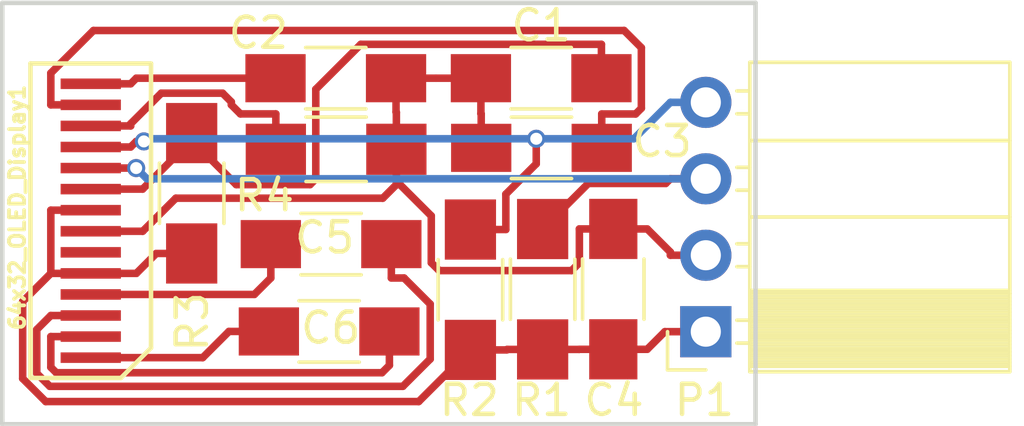
<source format=kicad_pcb>
(kicad_pcb (version 4) (host pcbnew 4.0.6)

  (general
    (links 25)
    (no_connects 0)
    (area 153.424999 97.924999 178.575001 112.075001)
    (thickness 1.6)
    (drawings 4)
    (tracks 121)
    (zones 0)
    (modules 12)
    (nets 13)
  )

  (page A4)
  (layers
    (0 F.Cu signal)
    (31 B.Cu signal)
    (32 B.Adhes user)
    (33 F.Adhes user)
    (34 B.Paste user)
    (35 F.Paste user)
    (36 B.SilkS user)
    (37 F.SilkS user)
    (38 B.Mask user)
    (39 F.Mask user)
    (40 Dwgs.User user)
    (41 Cmts.User user)
    (42 Eco1.User user)
    (43 Eco2.User user)
    (44 Edge.Cuts user)
    (45 Margin user)
    (46 B.CrtYd user)
    (47 F.CrtYd user)
    (48 B.Fab user)
    (49 F.Fab user)
  )

  (setup
    (last_trace_width 0.25)
    (trace_clearance 0.2)
    (zone_clearance 0.508)
    (zone_45_only no)
    (trace_min 0.2)
    (segment_width 0.2)
    (edge_width 0.15)
    (via_size 0.6)
    (via_drill 0.4)
    (via_min_size 0.4)
    (via_min_drill 0.3)
    (uvia_size 0.3)
    (uvia_drill 0.1)
    (uvias_allowed no)
    (uvia_min_size 0.2)
    (uvia_min_drill 0.1)
    (pcb_text_width 0.3)
    (pcb_text_size 1.5 1.5)
    (mod_edge_width 0.15)
    (mod_text_size 1 1)
    (mod_text_width 0.15)
    (pad_size 1.524 1.524)
    (pad_drill 0.762)
    (pad_to_mask_clearance 0.2)
    (aux_axis_origin 0 0)
    (visible_elements FFFFFF7F)
    (pcbplotparams
      (layerselection 0x00030_80000001)
      (usegerberextensions false)
      (excludeedgelayer true)
      (linewidth 0.100000)
      (plotframeref false)
      (viasonmask false)
      (mode 1)
      (useauxorigin false)
      (hpglpennumber 1)
      (hpglpenspeed 20)
      (hpglpendiameter 15)
      (hpglpenoverlay 2)
      (psnegative false)
      (psa4output false)
      (plotreference true)
      (plotvalue true)
      (plotinvisibletext false)
      (padsonsilk false)
      (subtractmaskfromsilk false)
      (outputformat 1)
      (mirror false)
      (drillshape 1)
      (scaleselection 1)
      (outputdirectory ""))
  )

  (net 0 "")
  (net 1 "Net-(64x32_OLED_Display1-Pad1)")
  (net 2 "Net-(64x32_OLED_Display1-Pad2)")
  (net 3 "Net-(64x32_OLED_Display1-Pad3)")
  (net 4 "Net-(64x32_OLED_Display1-Pad4)")
  (net 5 VCC)
  (net 6 Earth)
  (net 7 "Net-(64x32_OLED_Display1-Pad9)")
  (net 8 SCL_3.3V)
  (net 9 SDA_3.3V)
  (net 10 "Net-(64x32_OLED_Display1-Pad12)")
  (net 11 "Net-(64x32_OLED_Display1-Pad13)")
  (net 12 "Net-(64x32_OLED_Display1-Pad14)")

  (net_class Default "This is the default net class."
    (clearance 0.2)
    (trace_width 0.25)
    (via_dia 0.6)
    (via_drill 0.4)
    (uvia_dia 0.3)
    (uvia_drill 0.1)
    (add_net Earth)
    (add_net "Net-(64x32_OLED_Display1-Pad1)")
    (add_net "Net-(64x32_OLED_Display1-Pad12)")
    (add_net "Net-(64x32_OLED_Display1-Pad13)")
    (add_net "Net-(64x32_OLED_Display1-Pad14)")
    (add_net "Net-(64x32_OLED_Display1-Pad2)")
    (add_net "Net-(64x32_OLED_Display1-Pad3)")
    (add_net "Net-(64x32_OLED_Display1-Pad4)")
    (add_net "Net-(64x32_OLED_Display1-Pad9)")
    (add_net SCL_3.3V)
    (add_net SDA_3.3V)
    (add_net VCC)
  )

  (module Library:ZOIC-14 (layer F.Cu) (tedit 5962A524) (tstamp 59629FE6)
    (at 156.4371 105.2381 90)
    (path /5962A5CC)
    (fp_text reference 64x32_OLED_Display1 (at 0.4381 -2.4371 90) (layer F.SilkS)
      (effects (font (size 0.5 0.5) (thickness 0.125)))
    )
    (fp_text value LCD1 (at -2.3619 -2.0371 90) (layer F.Fab)
      (effects (font (size 1.2 1.2) (thickness 0.15)))
    )
    (fp_line (start -4.225 2) (end -5.225 1) (layer F.SilkS) (width 0.15))
    (fp_line (start -5.225 1) (end -5.225 -2) (layer F.SilkS) (width 0.15))
    (fp_line (start -5.225 -2) (end 5.225 -2) (layer F.SilkS) (width 0.15))
    (fp_line (start 5.225 -2) (end 5.225 2) (layer F.SilkS) (width 0.15))
    (fp_line (start 5.225 2) (end -4.225 2) (layer F.SilkS) (width 0.15))
    (fp_line (start -5.725 -2) (end 5.725 -2) (layer F.CrtYd) (width 0.15))
    (fp_line (start 5.725 -2) (end 5.725 2) (layer F.CrtYd) (width 0.15))
    (fp_line (start 5.725 2) (end -5.725 2) (layer F.CrtYd) (width 0.15))
    (fp_line (start -5.725 2) (end -5.725 -2) (layer F.CrtYd) (width 0.15))
    (pad 1 smd rect (at -4.55 0 90) (size 0.35 2) (layers F.Cu F.Paste F.Mask)
      (net 1 "Net-(64x32_OLED_Display1-Pad1)"))
    (pad 2 smd rect (at -3.85 0 90) (size 0.35 2) (layers F.Cu F.Paste F.Mask)
      (net 2 "Net-(64x32_OLED_Display1-Pad2)"))
    (pad 3 smd rect (at -3.15 0 90) (size 0.35 2) (layers F.Cu F.Paste F.Mask)
      (net 3 "Net-(64x32_OLED_Display1-Pad3)"))
    (pad 4 smd rect (at -2.45 0 90) (size 0.35 2) (layers F.Cu F.Paste F.Mask)
      (net 4 "Net-(64x32_OLED_Display1-Pad4)"))
    (pad 5 smd rect (at -1.75 0 90) (size 0.35 2) (layers F.Cu F.Paste F.Mask)
      (net 5 VCC))
    (pad 6 smd rect (at -1.05 0 90) (size 0.35 2) (layers F.Cu F.Paste F.Mask))
    (pad 7 smd rect (at -0.35 0 90) (size 0.35 2) (layers F.Cu F.Paste F.Mask)
      (net 6 Earth))
    (pad 8 smd rect (at 0.35 0 90) (size 0.35 2) (layers F.Cu F.Paste F.Mask)
      (net 5 VCC))
    (pad 9 smd rect (at 1.05 0 90) (size 0.35 2) (layers F.Cu F.Paste F.Mask)
      (net 7 "Net-(64x32_OLED_Display1-Pad9)"))
    (pad 10 smd rect (at 1.75 0 90) (size 0.35 2) (layers F.Cu F.Paste F.Mask)
      (net 8 SCL_3.3V))
    (pad 11 smd rect (at 2.45 0 90) (size 0.35 2) (layers F.Cu F.Paste F.Mask)
      (net 9 SDA_3.3V))
    (pad 12 smd rect (at 3.15 0 90) (size 0.35 2) (layers F.Cu F.Paste F.Mask)
      (net 10 "Net-(64x32_OLED_Display1-Pad12)"))
    (pad 13 smd rect (at 3.85 0 90) (size 0.35 2) (layers F.Cu F.Paste F.Mask)
      (net 11 "Net-(64x32_OLED_Display1-Pad13)"))
    (pad 14 smd rect (at 4.55 0 90) (size 0.35 2) (layers F.Cu F.Paste F.Mask)
      (net 12 "Net-(64x32_OLED_Display1-Pad14)"))
  )

  (module Capacitors_SMD:C_1206_HandSoldering (layer F.Cu) (tedit 5962A41D) (tstamp 59629FEC)
    (at 171.3858 100.5022)
    (descr "Capacitor SMD 1206, hand soldering")
    (tags "capacitor 1206")
    (path /5962A5D4)
    (attr smd)
    (fp_text reference C1 (at 0 -1.75) (layer F.SilkS)
      (effects (font (size 1 1) (thickness 0.15)))
    )
    (fp_text value 4.7uF (at 0 2) (layer F.Fab)
      (effects (font (size 1 1) (thickness 0.15)))
    )
    (fp_text user %R (at -1.8858 -1.5022) (layer F.Fab)
      (effects (font (size 1 1) (thickness 0.15)))
    )
    (fp_line (start -1.6 0.8) (end -1.6 -0.8) (layer F.Fab) (width 0.1))
    (fp_line (start 1.6 0.8) (end -1.6 0.8) (layer F.Fab) (width 0.1))
    (fp_line (start 1.6 -0.8) (end 1.6 0.8) (layer F.Fab) (width 0.1))
    (fp_line (start -1.6 -0.8) (end 1.6 -0.8) (layer F.Fab) (width 0.1))
    (fp_line (start 1 -1.02) (end -1 -1.02) (layer F.SilkS) (width 0.12))
    (fp_line (start -1 1.02) (end 1 1.02) (layer F.SilkS) (width 0.12))
    (fp_line (start -3.25 -1.05) (end 3.25 -1.05) (layer F.CrtYd) (width 0.05))
    (fp_line (start -3.25 -1.05) (end -3.25 1.05) (layer F.CrtYd) (width 0.05))
    (fp_line (start 3.25 1.05) (end 3.25 -1.05) (layer F.CrtYd) (width 0.05))
    (fp_line (start 3.25 1.05) (end -3.25 1.05) (layer F.CrtYd) (width 0.05))
    (pad 1 smd rect (at -2 0) (size 2 1.6) (layers F.Cu F.Paste F.Mask)
      (net 6 Earth))
    (pad 2 smd rect (at 2 0) (size 2 1.6) (layers F.Cu F.Paste F.Mask)
      (net 7 "Net-(64x32_OLED_Display1-Pad9)"))
    (model Capacitors_SMD.3dshapes/C_1206.wrl
      (at (xyz 0 0 0))
      (scale (xyz 1 1 1))
      (rotate (xyz 0 0 0))
    )
  )

  (module Capacitors_SMD:C_1206_HandSoldering (layer F.Cu) (tedit 5962A422) (tstamp 59629FF2)
    (at 164.5691 100.5022)
    (descr "Capacitor SMD 1206, hand soldering")
    (tags "capacitor 1206")
    (path /5962A5D0)
    (attr smd)
    (fp_text reference C2 (at -2.5691 -1.5022) (layer F.SilkS)
      (effects (font (size 1 1) (thickness 0.15)))
    )
    (fp_text value 4.7uF (at 0 2) (layer F.Fab)
      (effects (font (size 1 1) (thickness 0.15)))
    )
    (fp_text user %R (at 0 -1.75) (layer F.Fab)
      (effects (font (size 1 1) (thickness 0.15)))
    )
    (fp_line (start -1.6 0.8) (end -1.6 -0.8) (layer F.Fab) (width 0.1))
    (fp_line (start 1.6 0.8) (end -1.6 0.8) (layer F.Fab) (width 0.1))
    (fp_line (start 1.6 -0.8) (end 1.6 0.8) (layer F.Fab) (width 0.1))
    (fp_line (start -1.6 -0.8) (end 1.6 -0.8) (layer F.Fab) (width 0.1))
    (fp_line (start 1 -1.02) (end -1 -1.02) (layer F.SilkS) (width 0.12))
    (fp_line (start -1 1.02) (end 1 1.02) (layer F.SilkS) (width 0.12))
    (fp_line (start -3.25 -1.05) (end 3.25 -1.05) (layer F.CrtYd) (width 0.05))
    (fp_line (start -3.25 -1.05) (end -3.25 1.05) (layer F.CrtYd) (width 0.05))
    (fp_line (start 3.25 1.05) (end 3.25 -1.05) (layer F.CrtYd) (width 0.05))
    (fp_line (start 3.25 1.05) (end -3.25 1.05) (layer F.CrtYd) (width 0.05))
    (pad 1 smd rect (at -2 0) (size 2 1.6) (layers F.Cu F.Paste F.Mask)
      (net 12 "Net-(64x32_OLED_Display1-Pad14)"))
    (pad 2 smd rect (at 2 0) (size 2 1.6) (layers F.Cu F.Paste F.Mask)
      (net 6 Earth))
    (model Capacitors_SMD.3dshapes/C_1206.wrl
      (at (xyz 0 0 0))
      (scale (xyz 1 1 1))
      (rotate (xyz 0 0 0))
    )
  )

  (module Capacitors_SMD:C_1206_HandSoldering (layer F.Cu) (tedit 5962A4E0) (tstamp 59629FF8)
    (at 171.3956 102.8166 180)
    (descr "Capacitor SMD 1206, hand soldering")
    (tags "capacitor 1206")
    (path /5962A5CF)
    (attr smd)
    (fp_text reference C3 (at -4.0044 0.2166 180) (layer F.SilkS)
      (effects (font (size 1 1) (thickness 0.15)))
    )
    (fp_text value 4.7uF (at 0 2 180) (layer F.Fab)
      (effects (font (size 1 1) (thickness 0.15)))
    )
    (fp_text user %R (at 2.8956 -0.1834 180) (layer F.Fab)
      (effects (font (size 1 1) (thickness 0.15)))
    )
    (fp_line (start -1.6 0.8) (end -1.6 -0.8) (layer F.Fab) (width 0.1))
    (fp_line (start 1.6 0.8) (end -1.6 0.8) (layer F.Fab) (width 0.1))
    (fp_line (start 1.6 -0.8) (end 1.6 0.8) (layer F.Fab) (width 0.1))
    (fp_line (start -1.6 -0.8) (end 1.6 -0.8) (layer F.Fab) (width 0.1))
    (fp_line (start 1 -1.02) (end -1 -1.02) (layer F.SilkS) (width 0.12))
    (fp_line (start -1 1.02) (end 1 1.02) (layer F.SilkS) (width 0.12))
    (fp_line (start -3.25 -1.05) (end 3.25 -1.05) (layer F.CrtYd) (width 0.05))
    (fp_line (start -3.25 -1.05) (end -3.25 1.05) (layer F.CrtYd) (width 0.05))
    (fp_line (start 3.25 1.05) (end 3.25 -1.05) (layer F.CrtYd) (width 0.05))
    (fp_line (start 3.25 1.05) (end -3.25 1.05) (layer F.CrtYd) (width 0.05))
    (pad 1 smd rect (at -2 0 180) (size 2 1.6) (layers F.Cu F.Paste F.Mask)
      (net 11 "Net-(64x32_OLED_Display1-Pad13)"))
    (pad 2 smd rect (at 2 0 180) (size 2 1.6) (layers F.Cu F.Paste F.Mask)
      (net 6 Earth))
    (model Capacitors_SMD.3dshapes/C_1206.wrl
      (at (xyz 0 0 0))
      (scale (xyz 1 1 1))
      (rotate (xyz 0 0 0))
    )
  )

  (module Capacitors_SMD:C_1206_HandSoldering (layer F.Cu) (tedit 5962A4C0) (tstamp 59629FFE)
    (at 173.7792 107.5108 270)
    (descr "Capacitor SMD 1206, hand soldering")
    (tags "capacitor 1206")
    (path /5962A5D9)
    (attr smd)
    (fp_text reference C4 (at 3.6892 -0.0208 360) (layer F.SilkS)
      (effects (font (size 1 1) (thickness 0.15)))
    )
    (fp_text value 4.7uF (at 0 2 270) (layer F.Fab)
      (effects (font (size 1 1) (thickness 0.15)))
    )
    (fp_text user %R (at 3.6892 -0.0208 360) (layer F.Fab)
      (effects (font (size 1 1) (thickness 0.15)))
    )
    (fp_line (start -1.6 0.8) (end -1.6 -0.8) (layer F.Fab) (width 0.1))
    (fp_line (start 1.6 0.8) (end -1.6 0.8) (layer F.Fab) (width 0.1))
    (fp_line (start 1.6 -0.8) (end 1.6 0.8) (layer F.Fab) (width 0.1))
    (fp_line (start -1.6 -0.8) (end 1.6 -0.8) (layer F.Fab) (width 0.1))
    (fp_line (start 1 -1.02) (end -1 -1.02) (layer F.SilkS) (width 0.12))
    (fp_line (start -1 1.02) (end 1 1.02) (layer F.SilkS) (width 0.12))
    (fp_line (start -3.25 -1.05) (end 3.25 -1.05) (layer F.CrtYd) (width 0.05))
    (fp_line (start -3.25 -1.05) (end -3.25 1.05) (layer F.CrtYd) (width 0.05))
    (fp_line (start 3.25 1.05) (end 3.25 -1.05) (layer F.CrtYd) (width 0.05))
    (fp_line (start 3.25 1.05) (end -3.25 1.05) (layer F.CrtYd) (width 0.05))
    (pad 1 smd rect (at -2 0 270) (size 2 1.6) (layers F.Cu F.Paste F.Mask)
      (net 6 Earth))
    (pad 2 smd rect (at 2 0 270) (size 2 1.6) (layers F.Cu F.Paste F.Mask)
      (net 5 VCC))
    (model Capacitors_SMD.3dshapes/C_1206.wrl
      (at (xyz 0 0 0))
      (scale (xyz 1 1 1))
      (rotate (xyz 0 0 0))
    )
  )

  (module Capacitors_SMD:C_1206_HandSoldering (layer F.Cu) (tedit 5962A465) (tstamp 5962A004)
    (at 164.4134 106.0156 180)
    (descr "Capacitor SMD 1206, hand soldering")
    (tags "capacitor 1206")
    (path /5962A5CE)
    (attr smd)
    (fp_text reference C5 (at 0.2134 0.2156 180) (layer F.SilkS)
      (effects (font (size 1 1) (thickness 0.15)))
    )
    (fp_text value 1uF (at 0 2 180) (layer F.Fab)
      (effects (font (size 1 1) (thickness 0.15)))
    )
    (fp_text user %R (at 0.2134 0.2156 180) (layer F.Fab)
      (effects (font (size 1 1) (thickness 0.15)))
    )
    (fp_line (start -1.6 0.8) (end -1.6 -0.8) (layer F.Fab) (width 0.1))
    (fp_line (start 1.6 0.8) (end -1.6 0.8) (layer F.Fab) (width 0.1))
    (fp_line (start 1.6 -0.8) (end 1.6 0.8) (layer F.Fab) (width 0.1))
    (fp_line (start -1.6 -0.8) (end 1.6 -0.8) (layer F.Fab) (width 0.1))
    (fp_line (start 1 -1.02) (end -1 -1.02) (layer F.SilkS) (width 0.12))
    (fp_line (start -1 1.02) (end 1 1.02) (layer F.SilkS) (width 0.12))
    (fp_line (start -3.25 -1.05) (end 3.25 -1.05) (layer F.CrtYd) (width 0.05))
    (fp_line (start -3.25 -1.05) (end -3.25 1.05) (layer F.CrtYd) (width 0.05))
    (fp_line (start 3.25 1.05) (end 3.25 -1.05) (layer F.CrtYd) (width 0.05))
    (fp_line (start 3.25 1.05) (end -3.25 1.05) (layer F.CrtYd) (width 0.05))
    (pad 1 smd rect (at -2 0 180) (size 2 1.6) (layers F.Cu F.Paste F.Mask)
      (net 3 "Net-(64x32_OLED_Display1-Pad3)"))
    (pad 2 smd rect (at 2 0 180) (size 2 1.6) (layers F.Cu F.Paste F.Mask)
      (net 4 "Net-(64x32_OLED_Display1-Pad4)"))
    (model Capacitors_SMD.3dshapes/C_1206.wrl
      (at (xyz 0 0 0))
      (scale (xyz 1 1 1))
      (rotate (xyz 0 0 0))
    )
  )

  (module Capacitors_SMD:C_1206_HandSoldering (layer F.Cu) (tedit 5962A46A) (tstamp 5962A00A)
    (at 164.3486 108.9173)
    (descr "Capacitor SMD 1206, hand soldering")
    (tags "capacitor 1206")
    (path /5962A5CD)
    (attr smd)
    (fp_text reference C6 (at 0.0514 -0.1173) (layer F.SilkS)
      (effects (font (size 1 1) (thickness 0.15)))
    )
    (fp_text value 1uF (at 0 2) (layer F.Fab)
      (effects (font (size 1 1) (thickness 0.15)))
    )
    (fp_text user %R (at 0.0514 -0.1173) (layer F.Fab)
      (effects (font (size 1 1) (thickness 0.15)))
    )
    (fp_line (start -1.6 0.8) (end -1.6 -0.8) (layer F.Fab) (width 0.1))
    (fp_line (start 1.6 0.8) (end -1.6 0.8) (layer F.Fab) (width 0.1))
    (fp_line (start 1.6 -0.8) (end 1.6 0.8) (layer F.Fab) (width 0.1))
    (fp_line (start -1.6 -0.8) (end 1.6 -0.8) (layer F.Fab) (width 0.1))
    (fp_line (start 1 -1.02) (end -1 -1.02) (layer F.SilkS) (width 0.12))
    (fp_line (start -1 1.02) (end 1 1.02) (layer F.SilkS) (width 0.12))
    (fp_line (start -3.25 -1.05) (end 3.25 -1.05) (layer F.CrtYd) (width 0.05))
    (fp_line (start -3.25 -1.05) (end -3.25 1.05) (layer F.CrtYd) (width 0.05))
    (fp_line (start 3.25 1.05) (end 3.25 -1.05) (layer F.CrtYd) (width 0.05))
    (fp_line (start 3.25 1.05) (end -3.25 1.05) (layer F.CrtYd) (width 0.05))
    (pad 1 smd rect (at -2 0) (size 2 1.6) (layers F.Cu F.Paste F.Mask)
      (net 1 "Net-(64x32_OLED_Display1-Pad1)"))
    (pad 2 smd rect (at 2 0) (size 2 1.6) (layers F.Cu F.Paste F.Mask)
      (net 2 "Net-(64x32_OLED_Display1-Pad2)"))
    (model Capacitors_SMD.3dshapes/C_1206.wrl
      (at (xyz 0 0 0))
      (scale (xyz 1 1 1))
      (rotate (xyz 0 0 0))
    )
  )

  (module Socket_Strips:Socket_Strip_Angled_1x04_Pitch2.54mm (layer F.Cu) (tedit 5962A457) (tstamp 5962A012)
    (at 176.85 108.925 180)
    (descr "Through hole angled socket strip, 1x04, 2.54mm pitch, 8.51mm socket length, single row")
    (tags "Through hole angled socket strip THT 1x04 2.54mm single row")
    (path /5962A5DF)
    (fp_text reference P1 (at 0.05 -2.275 180) (layer F.SilkS)
      (effects (font (size 1 1) (thickness 0.15)))
    )
    (fp_text value CONN_01X04 (at -4.38 9.89 180) (layer F.Fab)
      (effects (font (size 1 1) (thickness 0.15)))
    )
    (fp_line (start -1.52 -1.27) (end -1.52 1.27) (layer F.Fab) (width 0.1))
    (fp_line (start -1.52 1.27) (end -10.03 1.27) (layer F.Fab) (width 0.1))
    (fp_line (start -10.03 1.27) (end -10.03 -1.27) (layer F.Fab) (width 0.1))
    (fp_line (start -10.03 -1.27) (end -1.52 -1.27) (layer F.Fab) (width 0.1))
    (fp_line (start 0 -0.32) (end 0 0.32) (layer F.Fab) (width 0.1))
    (fp_line (start 0 0.32) (end -1.52 0.32) (layer F.Fab) (width 0.1))
    (fp_line (start -1.52 0.32) (end -1.52 -0.32) (layer F.Fab) (width 0.1))
    (fp_line (start -1.52 -0.32) (end 0 -0.32) (layer F.Fab) (width 0.1))
    (fp_line (start -1.52 1.27) (end -1.52 3.81) (layer F.Fab) (width 0.1))
    (fp_line (start -1.52 3.81) (end -10.03 3.81) (layer F.Fab) (width 0.1))
    (fp_line (start -10.03 3.81) (end -10.03 1.27) (layer F.Fab) (width 0.1))
    (fp_line (start -10.03 1.27) (end -1.52 1.27) (layer F.Fab) (width 0.1))
    (fp_line (start 0 2.22) (end 0 2.86) (layer F.Fab) (width 0.1))
    (fp_line (start 0 2.86) (end -1.52 2.86) (layer F.Fab) (width 0.1))
    (fp_line (start -1.52 2.86) (end -1.52 2.22) (layer F.Fab) (width 0.1))
    (fp_line (start -1.52 2.22) (end 0 2.22) (layer F.Fab) (width 0.1))
    (fp_line (start -1.52 3.81) (end -1.52 6.35) (layer F.Fab) (width 0.1))
    (fp_line (start -1.52 6.35) (end -10.03 6.35) (layer F.Fab) (width 0.1))
    (fp_line (start -10.03 6.35) (end -10.03 3.81) (layer F.Fab) (width 0.1))
    (fp_line (start -10.03 3.81) (end -1.52 3.81) (layer F.Fab) (width 0.1))
    (fp_line (start 0 4.76) (end 0 5.4) (layer F.Fab) (width 0.1))
    (fp_line (start 0 5.4) (end -1.52 5.4) (layer F.Fab) (width 0.1))
    (fp_line (start -1.52 5.4) (end -1.52 4.76) (layer F.Fab) (width 0.1))
    (fp_line (start -1.52 4.76) (end 0 4.76) (layer F.Fab) (width 0.1))
    (fp_line (start -1.52 6.35) (end -1.52 8.89) (layer F.Fab) (width 0.1))
    (fp_line (start -1.52 8.89) (end -10.03 8.89) (layer F.Fab) (width 0.1))
    (fp_line (start -10.03 8.89) (end -10.03 6.35) (layer F.Fab) (width 0.1))
    (fp_line (start -10.03 6.35) (end -1.52 6.35) (layer F.Fab) (width 0.1))
    (fp_line (start 0 7.3) (end 0 7.94) (layer F.Fab) (width 0.1))
    (fp_line (start 0 7.94) (end -1.52 7.94) (layer F.Fab) (width 0.1))
    (fp_line (start -1.52 7.94) (end -1.52 7.3) (layer F.Fab) (width 0.1))
    (fp_line (start -1.52 7.3) (end 0 7.3) (layer F.Fab) (width 0.1))
    (fp_line (start -1.46 -1.33) (end -1.46 1.27) (layer F.SilkS) (width 0.12))
    (fp_line (start -1.46 1.27) (end -10.09 1.27) (layer F.SilkS) (width 0.12))
    (fp_line (start -10.09 1.27) (end -10.09 -1.33) (layer F.SilkS) (width 0.12))
    (fp_line (start -10.09 -1.33) (end -1.46 -1.33) (layer F.SilkS) (width 0.12))
    (fp_line (start -1.03 -0.38) (end -1.46 -0.38) (layer F.SilkS) (width 0.12))
    (fp_line (start -1.03 0.38) (end -1.46 0.38) (layer F.SilkS) (width 0.12))
    (fp_line (start -1.46 -1.15) (end -10.09 -1.15) (layer F.SilkS) (width 0.12))
    (fp_line (start -1.46 -1.03) (end -10.09 -1.03) (layer F.SilkS) (width 0.12))
    (fp_line (start -1.46 -0.91) (end -10.09 -0.91) (layer F.SilkS) (width 0.12))
    (fp_line (start -1.46 -0.79) (end -10.09 -0.79) (layer F.SilkS) (width 0.12))
    (fp_line (start -1.46 -0.67) (end -10.09 -0.67) (layer F.SilkS) (width 0.12))
    (fp_line (start -1.46 -0.55) (end -10.09 -0.55) (layer F.SilkS) (width 0.12))
    (fp_line (start -1.46 -0.43) (end -10.09 -0.43) (layer F.SilkS) (width 0.12))
    (fp_line (start -1.46 -0.31) (end -10.09 -0.31) (layer F.SilkS) (width 0.12))
    (fp_line (start -1.46 -0.19) (end -10.09 -0.19) (layer F.SilkS) (width 0.12))
    (fp_line (start -1.46 -0.07) (end -10.09 -0.07) (layer F.SilkS) (width 0.12))
    (fp_line (start -1.46 0.05) (end -10.09 0.05) (layer F.SilkS) (width 0.12))
    (fp_line (start -1.46 0.17) (end -10.09 0.17) (layer F.SilkS) (width 0.12))
    (fp_line (start -1.46 0.29) (end -10.09 0.29) (layer F.SilkS) (width 0.12))
    (fp_line (start -1.46 0.41) (end -10.09 0.41) (layer F.SilkS) (width 0.12))
    (fp_line (start -1.46 0.53) (end -10.09 0.53) (layer F.SilkS) (width 0.12))
    (fp_line (start -1.46 0.65) (end -10.09 0.65) (layer F.SilkS) (width 0.12))
    (fp_line (start -1.46 0.77) (end -10.09 0.77) (layer F.SilkS) (width 0.12))
    (fp_line (start -1.46 0.89) (end -10.09 0.89) (layer F.SilkS) (width 0.12))
    (fp_line (start -1.46 1.01) (end -10.09 1.01) (layer F.SilkS) (width 0.12))
    (fp_line (start -1.46 1.13) (end -10.09 1.13) (layer F.SilkS) (width 0.12))
    (fp_line (start -1.46 1.25) (end -10.09 1.25) (layer F.SilkS) (width 0.12))
    (fp_line (start -1.46 1.37) (end -10.09 1.37) (layer F.SilkS) (width 0.12))
    (fp_line (start -1.46 1.27) (end -1.46 3.81) (layer F.SilkS) (width 0.12))
    (fp_line (start -1.46 3.81) (end -10.09 3.81) (layer F.SilkS) (width 0.12))
    (fp_line (start -10.09 3.81) (end -10.09 1.27) (layer F.SilkS) (width 0.12))
    (fp_line (start -10.09 1.27) (end -1.46 1.27) (layer F.SilkS) (width 0.12))
    (fp_line (start -1.03 2.16) (end -1.46 2.16) (layer F.SilkS) (width 0.12))
    (fp_line (start -1.03 2.92) (end -1.46 2.92) (layer F.SilkS) (width 0.12))
    (fp_line (start -1.46 3.81) (end -1.46 6.35) (layer F.SilkS) (width 0.12))
    (fp_line (start -1.46 6.35) (end -10.09 6.35) (layer F.SilkS) (width 0.12))
    (fp_line (start -10.09 6.35) (end -10.09 3.81) (layer F.SilkS) (width 0.12))
    (fp_line (start -10.09 3.81) (end -1.46 3.81) (layer F.SilkS) (width 0.12))
    (fp_line (start -1.03 4.7) (end -1.46 4.7) (layer F.SilkS) (width 0.12))
    (fp_line (start -1.03 5.46) (end -1.46 5.46) (layer F.SilkS) (width 0.12))
    (fp_line (start -1.46 6.35) (end -1.46 8.95) (layer F.SilkS) (width 0.12))
    (fp_line (start -1.46 8.95) (end -10.09 8.95) (layer F.SilkS) (width 0.12))
    (fp_line (start -10.09 8.95) (end -10.09 6.35) (layer F.SilkS) (width 0.12))
    (fp_line (start -10.09 6.35) (end -1.46 6.35) (layer F.SilkS) (width 0.12))
    (fp_line (start -1.03 7.24) (end -1.46 7.24) (layer F.SilkS) (width 0.12))
    (fp_line (start -1.03 8) (end -1.46 8) (layer F.SilkS) (width 0.12))
    (fp_line (start 0 -1.27) (end 1.27 -1.27) (layer F.SilkS) (width 0.12))
    (fp_line (start 1.27 -1.27) (end 1.27 0) (layer F.SilkS) (width 0.12))
    (fp_line (start 1.8 -1.8) (end 1.8 9.4) (layer F.CrtYd) (width 0.05))
    (fp_line (start 1.8 9.4) (end -10.55 9.4) (layer F.CrtYd) (width 0.05))
    (fp_line (start -10.55 9.4) (end -10.55 -1.8) (layer F.CrtYd) (width 0.05))
    (fp_line (start -10.55 -1.8) (end 1.8 -1.8) (layer F.CrtYd) (width 0.05))
    (fp_text user %R (at 0.05 -2.275 180) (layer F.Fab)
      (effects (font (size 1 1) (thickness 0.15)))
    )
    (pad 1 thru_hole rect (at 0 0 180) (size 1.7 1.7) (drill 1) (layers *.Cu *.Mask)
      (net 5 VCC))
    (pad 2 thru_hole oval (at 0 2.54 180) (size 1.7 1.7) (drill 1) (layers *.Cu *.Mask)
      (net 6 Earth))
    (pad 3 thru_hole oval (at 0 5.08 180) (size 1.7 1.7) (drill 1) (layers *.Cu *.Mask)
      (net 8 SCL_3.3V))
    (pad 4 thru_hole oval (at 0 7.62 180) (size 1.7 1.7) (drill 1) (layers *.Cu *.Mask)
      (net 9 SDA_3.3V))
    (model ${KISYS3DMOD}/Socket_Strips.3dshapes/Socket_Strip_Angled_1x04_Pitch2.54mm.wrl
      (at (xyz 0 -0.15 0))
      (scale (xyz 1 1 1))
      (rotate (xyz 0 0 270))
    )
  )

  (module Resistors_SMD:R_1206_HandSoldering (layer F.Cu) (tedit 5962A4BB) (tstamp 5962A018)
    (at 171.4344 107.5145 90)
    (descr "Resistor SMD 1206, hand soldering")
    (tags "resistor 1206")
    (path /5962A5DB)
    (attr smd)
    (fp_text reference R1 (at -3.6855 -0.0344 180) (layer F.SilkS)
      (effects (font (size 1 1) (thickness 0.15)))
    )
    (fp_text value 10K (at 0 1.9 90) (layer F.Fab)
      (effects (font (size 1 1) (thickness 0.15)))
    )
    (fp_text user %R (at 0 0 90) (layer F.Fab)
      (effects (font (size 0.7 0.7) (thickness 0.105)))
    )
    (fp_line (start -1.6 0.8) (end -1.6 -0.8) (layer F.Fab) (width 0.1))
    (fp_line (start 1.6 0.8) (end -1.6 0.8) (layer F.Fab) (width 0.1))
    (fp_line (start 1.6 -0.8) (end 1.6 0.8) (layer F.Fab) (width 0.1))
    (fp_line (start -1.6 -0.8) (end 1.6 -0.8) (layer F.Fab) (width 0.1))
    (fp_line (start 1 1.07) (end -1 1.07) (layer F.SilkS) (width 0.12))
    (fp_line (start -1 -1.07) (end 1 -1.07) (layer F.SilkS) (width 0.12))
    (fp_line (start -3.25 -1.11) (end 3.25 -1.11) (layer F.CrtYd) (width 0.05))
    (fp_line (start -3.25 -1.11) (end -3.25 1.1) (layer F.CrtYd) (width 0.05))
    (fp_line (start 3.25 1.1) (end 3.25 -1.11) (layer F.CrtYd) (width 0.05))
    (fp_line (start 3.25 1.1) (end -3.25 1.1) (layer F.CrtYd) (width 0.05))
    (pad 1 smd rect (at -2 0 90) (size 2 1.7) (layers F.Cu F.Paste F.Mask)
      (net 5 VCC))
    (pad 2 smd rect (at 2 0 90) (size 2 1.7) (layers F.Cu F.Paste F.Mask)
      (net 8 SCL_3.3V))
    (model ${KISYS3DMOD}/Resistors_SMD.3dshapes/R_1206.wrl
      (at (xyz 0 0 0))
      (scale (xyz 1 1 1))
      (rotate (xyz 0 0 0))
    )
  )

  (module Resistors_SMD:R_1206_HandSoldering (layer F.Cu) (tedit 5962A4C4) (tstamp 5962A01E)
    (at 169.0377 107.5309 90)
    (descr "Resistor SMD 1206, hand soldering")
    (tags "resistor 1206")
    (path /5962A5DC)
    (attr smd)
    (fp_text reference R2 (at -3.6691 -0.0377 180) (layer F.SilkS)
      (effects (font (size 1 1) (thickness 0.15)))
    )
    (fp_text value 10K (at 0 1.9 90) (layer F.Fab)
      (effects (font (size 1 1) (thickness 0.15)))
    )
    (fp_text user %R (at 0 0 90) (layer F.Fab)
      (effects (font (size 0.7 0.7) (thickness 0.105)))
    )
    (fp_line (start -1.6 0.8) (end -1.6 -0.8) (layer F.Fab) (width 0.1))
    (fp_line (start 1.6 0.8) (end -1.6 0.8) (layer F.Fab) (width 0.1))
    (fp_line (start 1.6 -0.8) (end 1.6 0.8) (layer F.Fab) (width 0.1))
    (fp_line (start -1.6 -0.8) (end 1.6 -0.8) (layer F.Fab) (width 0.1))
    (fp_line (start 1 1.07) (end -1 1.07) (layer F.SilkS) (width 0.12))
    (fp_line (start -1 -1.07) (end 1 -1.07) (layer F.SilkS) (width 0.12))
    (fp_line (start -3.25 -1.11) (end 3.25 -1.11) (layer F.CrtYd) (width 0.05))
    (fp_line (start -3.25 -1.11) (end -3.25 1.1) (layer F.CrtYd) (width 0.05))
    (fp_line (start 3.25 1.1) (end 3.25 -1.11) (layer F.CrtYd) (width 0.05))
    (fp_line (start 3.25 1.1) (end -3.25 1.1) (layer F.CrtYd) (width 0.05))
    (pad 1 smd rect (at -2 0 90) (size 2 1.7) (layers F.Cu F.Paste F.Mask)
      (net 5 VCC))
    (pad 2 smd rect (at 2 0 90) (size 2 1.7) (layers F.Cu F.Paste F.Mask)
      (net 9 SDA_3.3V))
    (model ${KISYS3DMOD}/Resistors_SMD.3dshapes/R_1206.wrl
      (at (xyz 0 0 0))
      (scale (xyz 1 1 1))
      (rotate (xyz 0 0 0))
    )
  )

  (module Resistors_SMD:R_1206_HandSoldering (layer F.Cu) (tedit 5962A4A7) (tstamp 5962A024)
    (at 159.7864 104.3261 270)
    (descr "Resistor SMD 1206, hand soldering")
    (tags "resistor 1206")
    (path /5962A5D5)
    (attr smd)
    (fp_text reference R3 (at 4.2739 -0.0136 270) (layer F.SilkS)
      (effects (font (size 1 1) (thickness 0.15)))
    )
    (fp_text value 10K (at -4.7261 -0.0136 270) (layer F.Fab)
      (effects (font (size 1 1) (thickness 0.15)))
    )
    (fp_text user %R (at 0 0 270) (layer F.Fab)
      (effects (font (size 0.7 0.7) (thickness 0.105)))
    )
    (fp_line (start -1.6 0.8) (end -1.6 -0.8) (layer F.Fab) (width 0.1))
    (fp_line (start 1.6 0.8) (end -1.6 0.8) (layer F.Fab) (width 0.1))
    (fp_line (start 1.6 -0.8) (end 1.6 0.8) (layer F.Fab) (width 0.1))
    (fp_line (start -1.6 -0.8) (end 1.6 -0.8) (layer F.Fab) (width 0.1))
    (fp_line (start 1 1.07) (end -1 1.07) (layer F.SilkS) (width 0.12))
    (fp_line (start -1 -1.07) (end 1 -1.07) (layer F.SilkS) (width 0.12))
    (fp_line (start -3.25 -1.11) (end 3.25 -1.11) (layer F.CrtYd) (width 0.05))
    (fp_line (start -3.25 -1.11) (end -3.25 1.1) (layer F.CrtYd) (width 0.05))
    (fp_line (start 3.25 1.1) (end 3.25 -1.11) (layer F.CrtYd) (width 0.05))
    (fp_line (start 3.25 1.1) (end -3.25 1.1) (layer F.CrtYd) (width 0.05))
    (pad 1 smd rect (at -2 0 270) (size 2 1.7) (layers F.Cu F.Paste F.Mask)
      (net 7 "Net-(64x32_OLED_Display1-Pad9)"))
    (pad 2 smd rect (at 2 0 270) (size 2 1.7) (layers F.Cu F.Paste F.Mask)
      (net 5 VCC))
    (model ${KISYS3DMOD}/Resistors_SMD.3dshapes/R_1206.wrl
      (at (xyz 0 0 0))
      (scale (xyz 1 1 1))
      (rotate (xyz 0 0 0))
    )
  )

  (module Resistors_SMD:R_1206_HandSoldering (layer F.Cu) (tedit 5962A4D5) (tstamp 5962A02A)
    (at 164.5799 102.8644)
    (descr "Resistor SMD 1206, hand soldering")
    (tags "resistor 1206")
    (path /5962A5D1)
    (attr smd)
    (fp_text reference R4 (at -2.3799 1.5356) (layer F.SilkS)
      (effects (font (size 1 1) (thickness 0.15)))
    )
    (fp_text value 390K (at 0 1.9) (layer F.Fab)
      (effects (font (size 1 1) (thickness 0.15)))
    )
    (fp_text user %R (at 0 0) (layer F.Fab)
      (effects (font (size 0.7 0.7) (thickness 0.105)))
    )
    (fp_line (start -1.6 0.8) (end -1.6 -0.8) (layer F.Fab) (width 0.1))
    (fp_line (start 1.6 0.8) (end -1.6 0.8) (layer F.Fab) (width 0.1))
    (fp_line (start 1.6 -0.8) (end 1.6 0.8) (layer F.Fab) (width 0.1))
    (fp_line (start -1.6 -0.8) (end 1.6 -0.8) (layer F.Fab) (width 0.1))
    (fp_line (start 1 1.07) (end -1 1.07) (layer F.SilkS) (width 0.12))
    (fp_line (start -1 -1.07) (end 1 -1.07) (layer F.SilkS) (width 0.12))
    (fp_line (start -3.25 -1.11) (end 3.25 -1.11) (layer F.CrtYd) (width 0.05))
    (fp_line (start -3.25 -1.11) (end -3.25 1.1) (layer F.CrtYd) (width 0.05))
    (fp_line (start 3.25 1.1) (end 3.25 -1.11) (layer F.CrtYd) (width 0.05))
    (fp_line (start 3.25 1.1) (end -3.25 1.1) (layer F.CrtYd) (width 0.05))
    (pad 1 smd rect (at -2 0) (size 2 1.7) (layers F.Cu F.Paste F.Mask)
      (net 10 "Net-(64x32_OLED_Display1-Pad12)"))
    (pad 2 smd rect (at 2 0) (size 2 1.7) (layers F.Cu F.Paste F.Mask)
      (net 6 Earth))
    (model ${KISYS3DMOD}/Resistors_SMD.3dshapes/R_1206.wrl
      (at (xyz 0 0 0))
      (scale (xyz 1 1 1))
      (rotate (xyz 0 0 0))
    )
  )

  (gr_line (start 178.5 112) (end 178.5 98) (angle 90) (layer Edge.Cuts) (width 0.15))
  (gr_line (start 153.5 112) (end 178.5 112) (angle 90) (layer Edge.Cuts) (width 0.15))
  (gr_line (start 153.5 98) (end 153.5 112) (angle 90) (layer Edge.Cuts) (width 0.15))
  (gr_line (start 178.5 98) (end 153.5 98) (angle 90) (layer Edge.Cuts) (width 0.15))

  (segment (start 160.1525 109.7881) (end 156.4371 109.7881) (width 0.25) (layer F.Cu) (net 1))
  (segment (start 161.0233 108.9173) (end 160.1525 109.7881) (width 0.25) (layer F.Cu) (net 1))
  (segment (start 162.3486 108.9173) (end 161.0233 108.9173) (width 0.25) (layer F.Cu) (net 1))
  (segment (start 155.1118 110.1069) (end 155.1118 109.0881) (width 0.25) (layer F.Cu) (net 2))
  (segment (start 155.2934 110.2885) (end 155.1118 110.1069) (width 0.25) (layer F.Cu) (net 2))
  (segment (start 166.1027 110.2885) (end 155.2934 110.2885) (width 0.25) (layer F.Cu) (net 2))
  (segment (start 166.3486 110.0426) (end 166.1027 110.2885) (width 0.25) (layer F.Cu) (net 2))
  (segment (start 166.3486 108.9173) (end 166.3486 110.0426) (width 0.25) (layer F.Cu) (net 2))
  (segment (start 156.4371 109.0881) (end 155.1118 109.0881) (width 0.25) (layer F.Cu) (net 2))
  (segment (start 154.6453 108.8546) (end 155.1118 108.3881) (width 0.25) (layer F.Cu) (net 3))
  (segment (start 154.6453 110.3095) (end 154.6453 108.8546) (width 0.25) (layer F.Cu) (net 3))
  (segment (start 155.0769 110.7411) (end 154.6453 110.3095) (width 0.25) (layer F.Cu) (net 3))
  (segment (start 166.7955 110.7411) (end 155.0769 110.7411) (width 0.25) (layer F.Cu) (net 3))
  (segment (start 167.7029 109.8337) (end 166.7955 110.7411) (width 0.25) (layer F.Cu) (net 3))
  (segment (start 167.7029 108.0084) (end 167.7029 109.8337) (width 0.25) (layer F.Cu) (net 3))
  (segment (start 166.8354 107.1409) (end 167.7029 108.0084) (width 0.25) (layer F.Cu) (net 3))
  (segment (start 166.4134 107.1409) (end 166.8354 107.1409) (width 0.25) (layer F.Cu) (net 3))
  (segment (start 166.4134 106.0156) (end 166.4134 107.1409) (width 0.25) (layer F.Cu) (net 3))
  (segment (start 156.4371 108.3881) (end 155.1118 108.3881) (width 0.25) (layer F.Cu) (net 3))
  (segment (start 161.8662 107.6881) (end 156.4371 107.6881) (width 0.25) (layer F.Cu) (net 4))
  (segment (start 162.4134 107.1409) (end 161.8662 107.6881) (width 0.25) (layer F.Cu) (net 4))
  (segment (start 162.4134 106.0156) (end 162.4134 107.1409) (width 0.25) (layer F.Cu) (net 4))
  (segment (start 172.6502 109.5145) (end 172.6539 109.5108) (width 0.25) (layer F.Cu) (net 5))
  (segment (start 171.4344 109.5145) (end 172.6502 109.5145) (width 0.25) (layer F.Cu) (net 5))
  (segment (start 173.7792 109.5108) (end 172.6539 109.5108) (width 0.25) (layer F.Cu) (net 5))
  (segment (start 175.4903 108.925) (end 174.9045 109.5108) (width 0.25) (layer F.Cu) (net 5))
  (segment (start 176.85 108.925) (end 175.4903 108.925) (width 0.25) (layer F.Cu) (net 5))
  (segment (start 173.7792 109.5108) (end 174.9045 109.5108) (width 0.25) (layer F.Cu) (net 5))
  (segment (start 159.7864 106.3261) (end 158.6111 106.3261) (width 0.25) (layer F.Cu) (net 5))
  (segment (start 171.4344 109.5145) (end 170.2591 109.5145) (width 0.25) (layer F.Cu) (net 5))
  (segment (start 157.9491 106.9881) (end 156.4371 106.9881) (width 0.25) (layer F.Cu) (net 5))
  (segment (start 158.6111 106.3261) (end 157.9491 106.9881) (width 0.25) (layer F.Cu) (net 5))
  (segment (start 155.1118 106.9881) (end 155.1118 104.8881) (width 0.25) (layer F.Cu) (net 5))
  (segment (start 156.4371 106.9881) (end 155.1118 106.9881) (width 0.25) (layer F.Cu) (net 5))
  (segment (start 156.4371 104.8881) (end 155.1118 104.8881) (width 0.25) (layer F.Cu) (net 5))
  (segment (start 170.2427 109.5309) (end 170.2591 109.5145) (width 0.25) (layer F.Cu) (net 5))
  (segment (start 169.0377 109.5309) (end 170.2427 109.5309) (width 0.25) (layer F.Cu) (net 5))
  (segment (start 154.1774 107.9225) (end 155.1118 106.9881) (width 0.25) (layer F.Cu) (net 5))
  (segment (start 154.1774 110.4816) (end 154.1774 107.9225) (width 0.25) (layer F.Cu) (net 5))
  (segment (start 154.943 111.2472) (end 154.1774 110.4816) (width 0.25) (layer F.Cu) (net 5))
  (segment (start 167.3214 111.2472) (end 154.943 111.2472) (width 0.25) (layer F.Cu) (net 5))
  (segment (start 169.0377 109.5309) (end 167.3214 111.2472) (width 0.25) (layer F.Cu) (net 5))
  (segment (start 175.6747 106.281) (end 174.9045 105.5108) (width 0.25) (layer F.Cu) (net 6))
  (segment (start 175.6747 106.385) (end 175.6747 106.281) (width 0.25) (layer F.Cu) (net 6))
  (segment (start 176.85 106.385) (end 175.6747 106.385) (width 0.25) (layer F.Cu) (net 6))
  (segment (start 173.7792 105.5108) (end 174.9045 105.5108) (width 0.25) (layer F.Cu) (net 6))
  (segment (start 166.5691 100.5022) (end 166.5691 101.6275) (width 0.25) (layer F.Cu) (net 6))
  (segment (start 166.5799 101.6383) (end 166.5799 102.8644) (width 0.25) (layer F.Cu) (net 6))
  (segment (start 166.5691 101.6275) (end 166.5799 101.6383) (width 0.25) (layer F.Cu) (net 6))
  (segment (start 166.5799 102.8644) (end 166.5799 104.0397) (width 0.25) (layer F.Cu) (net 6))
  (segment (start 173.7792 105.5108) (end 172.6539 105.5108) (width 0.25) (layer F.Cu) (net 6))
  (segment (start 172.6539 106.6361) (end 172.6539 105.5108) (width 0.25) (layer F.Cu) (net 6))
  (segment (start 172.3944 106.8956) (end 172.6539 106.6361) (width 0.25) (layer F.Cu) (net 6))
  (segment (start 168.0005 106.8956) (end 172.3944 106.8956) (width 0.25) (layer F.Cu) (net 6))
  (segment (start 167.7388 106.6339) (end 168.0005 106.8956) (width 0.25) (layer F.Cu) (net 6))
  (segment (start 167.7388 105.0767) (end 167.7388 106.6339) (width 0.25) (layer F.Cu) (net 6))
  (segment (start 166.7018 104.0397) (end 167.7388 105.0767) (width 0.25) (layer F.Cu) (net 6))
  (segment (start 166.5799 104.0397) (end 166.7018 104.0397) (width 0.25) (layer F.Cu) (net 6))
  (segment (start 169.3956 102.8166) (end 169.3956 101.6913) (width 0.25) (layer F.Cu) (net 6))
  (segment (start 169.3858 101.6815) (end 169.3858 100.5022) (width 0.25) (layer F.Cu) (net 6))
  (segment (start 169.3956 101.6913) (end 169.3858 101.6815) (width 0.25) (layer F.Cu) (net 6))
  (segment (start 166.5691 100.5022) (end 167.8944 100.5022) (width 0.25) (layer F.Cu) (net 6))
  (segment (start 169.3858 100.5022) (end 167.8944 100.5022) (width 0.25) (layer F.Cu) (net 6))
  (segment (start 166.1296 104.49) (end 166.5799 104.0397) (width 0.25) (layer F.Cu) (net 6))
  (segment (start 159.2601 104.49) (end 166.1296 104.49) (width 0.25) (layer F.Cu) (net 6))
  (segment (start 158.162 105.5881) (end 159.2601 104.49) (width 0.25) (layer F.Cu) (net 6))
  (segment (start 156.4371 105.5881) (end 158.162 105.5881) (width 0.25) (layer F.Cu) (net 6))
  (segment (start 173.3858 100.5022) (end 173.3858 99.3769) (width 0.25) (layer F.Cu) (net 7))
  (segment (start 165.3989 99.3769) (end 173.3858 99.3769) (width 0.25) (layer F.Cu) (net 7))
  (segment (start 163.9053 100.8705) (end 165.3989 99.3769) (width 0.25) (layer F.Cu) (net 7))
  (segment (start 163.9053 103.8491) (end 163.9053 100.8705) (width 0.25) (layer F.Cu) (net 7))
  (segment (start 163.7147 104.0397) (end 163.9053 103.8491) (width 0.25) (layer F.Cu) (net 7))
  (segment (start 161.2661 104.0397) (end 163.7147 104.0397) (width 0.25) (layer F.Cu) (net 7))
  (segment (start 159.7864 102.56) (end 161.2661 104.0397) (width 0.25) (layer F.Cu) (net 7))
  (segment (start 159.7864 102.3261) (end 159.7864 102.56) (width 0.25) (layer F.Cu) (net 7))
  (segment (start 158.1583 104.1881) (end 156.4371 104.1881) (width 0.25) (layer F.Cu) (net 7))
  (segment (start 159.7864 102.56) (end 158.1583 104.1881) (width 0.25) (layer F.Cu) (net 7))
  (via (at 157.9435 103.4881) (size 0.6) (layers F.Cu B.Cu) (net 8))
  (segment (start 156.4371 103.4881) (end 157.7624 103.4881) (width 0.25) (layer F.Cu) (net 8))
  (segment (start 158.3004 103.845) (end 157.9435 103.4881) (width 0.25) (layer B.Cu) (net 8))
  (segment (start 176.85 103.845) (end 158.3004 103.845) (width 0.25) (layer B.Cu) (net 8))
  (segment (start 157.7624 103.4881) (end 157.9435 103.4881) (width 0.25) (layer F.Cu) (net 8))
  (segment (start 175.5186 104.0011) (end 175.6747 103.845) (width 0.25) (layer F.Cu) (net 8))
  (segment (start 172.9478 104.0011) (end 175.5186 104.0011) (width 0.25) (layer F.Cu) (net 8))
  (segment (start 171.4344 105.5145) (end 172.9478 104.0011) (width 0.25) (layer F.Cu) (net 8))
  (segment (start 176.85 103.845) (end 175.6747 103.845) (width 0.25) (layer F.Cu) (net 8))
  (via (at 171.2225 102.5145) (size 0.6) (layers F.Cu B.Cu) (net 9))
  (via (at 158.2006 102.6029) (size 0.6) (layers F.Cu B.Cu) (net 9))
  (segment (start 171.2225 103.3461) (end 171.2225 102.5145) (width 0.25) (layer F.Cu) (net 9))
  (segment (start 170.213 104.3556) (end 171.2225 103.3461) (width 0.25) (layer F.Cu) (net 9))
  (segment (start 170.213 105.5309) (end 170.213 104.3556) (width 0.25) (layer F.Cu) (net 9))
  (segment (start 169.0377 105.5309) (end 170.213 105.5309) (width 0.25) (layer F.Cu) (net 9))
  (segment (start 176.85 101.305) (end 175.6747 101.305) (width 0.25) (layer B.Cu) (net 9))
  (segment (start 174.4652 102.5145) (end 171.2225 102.5145) (width 0.25) (layer B.Cu) (net 9))
  (segment (start 175.6747 101.305) (end 174.4652 102.5145) (width 0.25) (layer B.Cu) (net 9))
  (segment (start 158.289 102.5145) (end 158.2006 102.6029) (width 0.25) (layer B.Cu) (net 9))
  (segment (start 171.2225 102.5145) (end 158.289 102.5145) (width 0.25) (layer B.Cu) (net 9))
  (segment (start 157.9476 102.6029) (end 157.7624 102.7881) (width 0.25) (layer F.Cu) (net 9))
  (segment (start 158.2006 102.6029) (end 157.9476 102.6029) (width 0.25) (layer F.Cu) (net 9))
  (segment (start 156.4371 102.7881) (end 157.7624 102.7881) (width 0.25) (layer F.Cu) (net 9))
  (segment (start 157.7624 102.015) (end 157.7624 102.0881) (width 0.25) (layer F.Cu) (net 10))
  (segment (start 158.7767 101.0007) (end 157.7624 102.015) (width 0.25) (layer F.Cu) (net 10))
  (segment (start 160.813 101.0007) (end 158.7767 101.0007) (width 0.25) (layer F.Cu) (net 10))
  (segment (start 161.1028 101.2905) (end 160.813 101.0007) (width 0.25) (layer F.Cu) (net 10))
  (segment (start 161.1028 101.3873) (end 161.1028 101.2905) (width 0.25) (layer F.Cu) (net 10))
  (segment (start 161.4046 101.6891) (end 161.1028 101.3873) (width 0.25) (layer F.Cu) (net 10))
  (segment (start 162.5799 101.6891) (end 161.4046 101.6891) (width 0.25) (layer F.Cu) (net 10))
  (segment (start 162.5799 102.8644) (end 162.5799 101.6891) (width 0.25) (layer F.Cu) (net 10))
  (segment (start 156.4371 102.0881) (end 157.7624 102.0881) (width 0.25) (layer F.Cu) (net 10))
  (segment (start 155.1118 100.333) (end 155.1118 101.3881) (width 0.25) (layer F.Cu) (net 11))
  (segment (start 156.5276 98.9172) (end 155.1118 100.333) (width 0.25) (layer F.Cu) (net 11))
  (segment (start 174.1388 98.9172) (end 156.5276 98.9172) (width 0.25) (layer F.Cu) (net 11))
  (segment (start 174.7112 99.4896) (end 174.1388 98.9172) (width 0.25) (layer F.Cu) (net 11))
  (segment (start 174.7112 101.501) (end 174.7112 99.4896) (width 0.25) (layer F.Cu) (net 11))
  (segment (start 174.5209 101.6913) (end 174.7112 101.501) (width 0.25) (layer F.Cu) (net 11))
  (segment (start 173.3956 101.6913) (end 174.5209 101.6913) (width 0.25) (layer F.Cu) (net 11))
  (segment (start 173.3956 102.8166) (end 173.3956 101.6913) (width 0.25) (layer F.Cu) (net 11))
  (segment (start 156.4371 101.3881) (end 155.1118 101.3881) (width 0.25) (layer F.Cu) (net 11))
  (segment (start 157.9483 100.5022) (end 157.7624 100.6881) (width 0.25) (layer F.Cu) (net 12))
  (segment (start 162.5691 100.5022) (end 157.9483 100.5022) (width 0.25) (layer F.Cu) (net 12))
  (segment (start 156.4371 100.6881) (end 157.7624 100.6881) (width 0.25) (layer F.Cu) (net 12))

)

</source>
